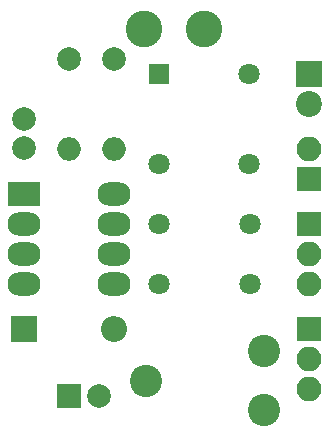
<source format=gbs>
G04 #@! TF.GenerationSoftware,KiCad,Pcbnew,(2017-10-17 revision 537804b)-master*
G04 #@! TF.CreationDate,2017-12-28T11:37:30+01:00*
G04 #@! TF.ProjectId,MonoStable555,4D6F6E6F537461626C653535352E6B69,rev?*
G04 #@! TF.SameCoordinates,Original*
G04 #@! TF.FileFunction,Soldermask,Bot*
G04 #@! TF.FilePolarity,Negative*
%FSLAX46Y46*%
G04 Gerber Fmt 4.6, Leading zero omitted, Abs format (unit mm)*
G04 Created by KiCad (PCBNEW (2017-10-17 revision 537804b)-master) date 2017 December 28, Thursday 11:37:30*
%MOMM*%
%LPD*%
G01*
G04 APERTURE LIST*
%ADD10C,1.800000*%
%ADD11R,1.800000X1.800000*%
%ADD12C,3.100020*%
%ADD13C,2.000000*%
%ADD14R,2.000000X2.000000*%
%ADD15C,2.200000*%
%ADD16R,2.200000X2.200000*%
%ADD17O,2.100000X2.100000*%
%ADD18R,2.100000X2.100000*%
%ADD19O,2.000000X2.000000*%
%ADD20C,2.740000*%
%ADD21O,2.800000X2.000000*%
%ADD22R,2.800000X2.000000*%
%ADD23O,2.200000X2.200000*%
G04 APERTURE END LIST*
D10*
X172720000Y-62230000D03*
X172730000Y-72400000D03*
X172730000Y-67320000D03*
X165100000Y-62230000D03*
X165100000Y-72390000D03*
X165100000Y-67300000D03*
X172720000Y-54610000D03*
D11*
X165100000Y-54610000D03*
D12*
X163830000Y-50800000D03*
X168910000Y-50800000D03*
D13*
X159980000Y-81915000D03*
D14*
X157480000Y-81915000D03*
D13*
X153670000Y-60920000D03*
X153670000Y-58420000D03*
D15*
X177800000Y-57150000D03*
D16*
X177800000Y-54610000D03*
D17*
X177800000Y-81280000D03*
X177800000Y-78740000D03*
D18*
X177800000Y-76200000D03*
X177800000Y-67310000D03*
D17*
X177800000Y-69850000D03*
X177800000Y-72390000D03*
D13*
X157480000Y-53340000D03*
D19*
X157480000Y-60960000D03*
D20*
X173990000Y-78105000D03*
X163990000Y-80605000D03*
X173990000Y-83105000D03*
D17*
X177800000Y-60960000D03*
D18*
X177800000Y-63500000D03*
D21*
X161290000Y-64770000D03*
X153670000Y-72390000D03*
X161290000Y-67310000D03*
X153670000Y-69850000D03*
X161290000Y-69850000D03*
X153670000Y-67310000D03*
X161290000Y-72390000D03*
D22*
X153670000Y-64770000D03*
D23*
X161290000Y-76200000D03*
D16*
X153670000Y-76200000D03*
D19*
X161290000Y-60960000D03*
D13*
X161290000Y-53340000D03*
M02*

</source>
